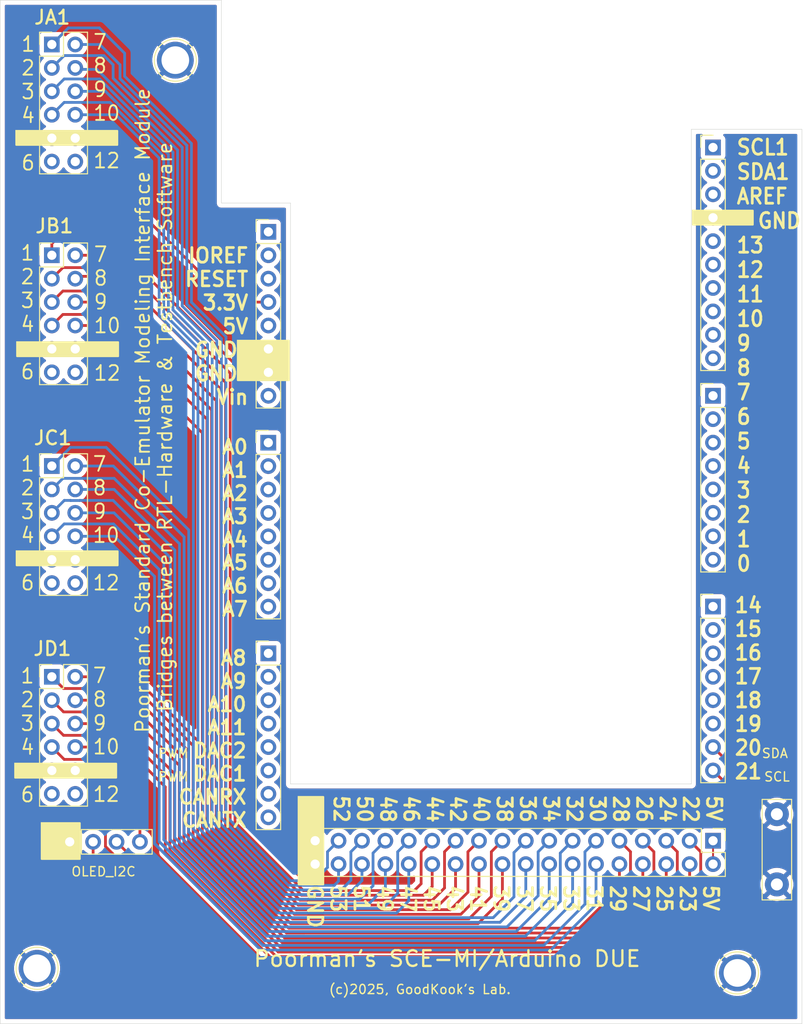
<source format=kicad_pcb>
(kicad_pcb (version 20241229) (generator "pcbnew") (generator_version "9.0")
  (layers (0 "F.Cu" signal) (2 "B.Cu" signal) (13 "F.Paste" user) (15 "B.Paste" user) (5 "F.SilkS" user "F.Silkscreen") (7 "B.SilkS" user "B.Silkscreen") (1 "F.Mask" user) (3 "B.Mask" user) (25 "Edge.Cuts" user))
  (net 0 "")
  (net 1 "GND")
  (net 4 "/DUE46_JA4")
  (net 5 "/DUE49_JA9")
  (net 6 "/DUE36_JC1")
  (net 7 "/DUE40_JB3")
  (net 8 "/+5V")
  (net 9 "/DUE27_JD8")
  (net 10 "/DUE45_JB7")
  (net 11 "/DUE50_JA2")
  (net 12 "/DUE25_JD9")
  (net 13 "/DUE42_JB2")
  (net 14 "/DUE53_JA7")
  (net 15 "/DUE30_JC4")
  (net 16 "/DUE52_JA1")
  (net 17 "/DUE34_JC2")
  (net 18 "/DUE37_JC7")
  (net 19 "/DUE48_JA3")
  (net 20 "/DUE26_JD2")
  (net 21 "/DUE39_JB10")
  (net 22 "/DUE44_JB1")
  (net 23 "/DUE41_JB9")
  (net 24 "/DUE28_JD1")
  (net 25 "/DUE35_JC8")
  (net 26 "/DUE47_JA10")
  (net 27 "/DUE33_JC9")
  (net 28 "/DUE38_JB4")
  (net 29 "/DUE23_JD10")
  (net 30 "/DUE29_JD7")
  (net 31 "/DUE31_JC10")
  (net 32 "/DUE22_JD4")
  (net 33 "/DUE51_JA8")
  (net 34 "/DUE43_JB8")
  (net 35 "/CANTX")
  (net 36 "/DUE32_JC3")
  (net 37 "/DUE24_JD3")
  (net 44 "/A8")
  (net 45 "/A9")
  (net 46 "/DAC1")
  (net 47 "/CANRX")
  (net 48 "/A10")
  (net 49 "/DAC2")
  (net 50 "/A11")
  (net 51 "/A6")
  (net 52 "/A1")
  (net 53 "/A7")
  (net 54 "/A2")
  (net 55 "/A0")
  (net 56 "/A5")
  (net 57 "/A4")
  (net 58 "/A3")
  (net 59 "/IOREF")
  (net 60 "/I2C_SCK")
  (net 62 "/5V")
  (net 63 "/VIN")
  (net 64 "/RESET")
  (net 65 "/D16")
  (net 66 "/D14")
  (net 67 "/VDD_3V3")
  (net 68 "/D17")
  (net 69 "/D15")
  (net 70 "/D19")
  (net 71 "/I2C_SDA")
  (net 72 "/D18")
  (net 73 "/D7")
  (net 74 "/D0")
  (net 75 "/D2")
  (net 76 "/D6")
  (net 77 "/D4")
  (net 78 "/D5")
  (net 79 "/D1")
  (net 80 "/D3")
  (net 81 "/D9")
  (net 82 "/D8")
  (net 83 "/SDA1")
  (net 84 "/D11")
  (net 85 "/D10")
  (net 86 "/AREF")
  (net 87 "/D12")
  (net 88 "/D13")
  (net 89 "/SCL1")
  (footprint "TestPoint:TestPoint_Plated_Hole_D3.0mm" (layer "F.Cu") (at 115 52.5)
    (property "Reference" "TP2" (hide yes))
    (property "Value" "TestPoint" (hide yes))
  )
  (footprint "TestPoint:TestPoint_Plated_Hole_D3.0mm" (layer "F.Cu") (at 176 151.5)
    (property "Reference" "TP4" (hide yes))
    (property "Value" "TestPoint" (hide yes))
  )
  (footprint "Connector_PinHeader_2.54mm:PinHeader_1x08_P2.54mm_Vertical" (layer "F.Cu") (at 173.35 111.76)
    (property "Reference" "Right_Bottom1" (hide yes))
    (property "Value" "Conn_01x08" (hide yes))
  )
  (footprint "Connector_PinHeader_2.54mm:PinHeader_2x06_P2.54mm_Vertical" (layer "F.Cu") (at 101.6 50.8)
    (property "Reference" "JA1")
    (property "Value" "A7_JA" (hide yes))
  )
  (footprint "Connector_PinHeader_2.54mm:PinHeader_2x06_P2.54mm_Vertical" (layer "F.Cu") (at 101.6 96.52)
    (property "Reference" "JC1")
    (property "Value" "A7_JC" (hide yes))
  )
  (footprint "Connector_PinHeader_2.54mm:PinHeader_2x06_P2.54mm_Vertical" (layer "F.Cu") (at 101.6 73.66)
    (property "Reference" "JB1")
    (property "Value" "A7_JB" (hide yes))
  )
  (footprint "Connector_PinHeader_2.54mm:PinHeader_1x08_P2.54mm_Vertical" (layer "F.Cu") (at 125.09 93.99)
    (property "Reference" "Left_Middle1" (hide yes))
    (property "Value" "Conn_01x08" (hide yes))
  )
  (footprint "TestPoint:TestPoint_Plated_Hole_D3.0mm" (layer "F.Cu") (at 100 151)
    (property "Reference" "TP1" (hide yes))
    (property "Value" "TestPoint" (hide yes))
  )
  (footprint "Connector_PinHeader_2.54mm:PinHeader_1x08_P2.54mm_Vertical" (layer "F.Cu") (at 173.35 88.9)
    (property "Reference" "Right_Middle1" (hide yes))
    (property "Value" "Conn_01x08" (hide yes))
  )
  (footprint "Connector_PinHeader_2.54mm:PinHeader_1x08_P2.54mm_Vertical" (layer "F.Cu") (at 125.1 116.84)
    (property "Reference" "Left_Bottom1" (hide yes))
    (property "Value" "Conn_01x08" (hide yes))
  )
  (footprint "Connector_PinHeader_2.54mm:PinHeader_1x10_P2.54mm_Vertical" (layer "F.Cu") (at 173.35 61.97)
    (property "Reference" "Right_Top1" (hide yes))
    (property "Value" "Conn_01x10" (hide yes))
  )
  (footprint "Connector_PinHeader_2.54mm:PinHeader_2x06_P2.54mm_Vertical" (layer "F.Cu") (at 101.6 119.38)
    (property "Reference" "JD1")
    (property "Value" "A7_JD" (hide yes))
  )
  (footprint "TestPoint:TestPoint_Bridge_Pitch7.62mm_Drill1.3mm" (layer "F.Cu") (at 180.28 134.28 -90)
    (property "Reference" "TP3" (hide yes))
    (property "Value" "TestPoint" (hide yes))
  )
  (footprint "Connector_PinHeader_2.54mm:PinHeader_1x04_P2.54mm_Vertical" (layer "F.Cu") (at 103.54 137.28 90)
    (property "Reference" "J2" (hide yes))
    (property "Value" "OLED_I2C")
  )
  (footprint "Connector_PinHeader_2.54mm:PinHeader_2x18_P2.54mm_Vertical" (layer "F.Cu") (at 173.355 137.16 -90)
    (property "Reference" "J1" (hide yes))
    (property "Value" "Arduino_Digital v.2" (hide yes))
  )
  (footprint "Connector_PinHeader_2.54mm:PinHeader_1x08_P2.54mm_Vertical" (layer "F.Cu") (at 125.1 71.12)
    (property "Reference" "Left_Top1" (hide yes))
    (property "Value" "Conn_01x08" (hide yes))
  )
  (gr_rect (start 97.6196 128.8) (end 108.585 130.32) (stroke (width 0.2)) (fill yes) (layer "F.SilkS"))
  (gr_rect (start 97.78 105.77) (end 108.7454 107.29) (stroke (width 0.2)) (fill yes) (layer "F.SilkS"))
  (gr_rect (start 128.3796 132.41) (end 131.06 141.9) (stroke (width 0.2)) (fill yes) (layer "F.SilkS"))
  (gr_rect (start 171.1696 68.82) (end 177.67 70.34) (stroke (width 0.2)) (fill yes) (layer "F.SilkS"))
  (gr_rect (start 97.74 60.17) (end 108.7054 61.69) (stroke (width 0.2)) (fill yes) (layer "F.SilkS"))
  (gr_rect (start 97.83 83.09) (end 108.7954 84.61) (stroke (width 0.2)) (fill yes) (layer "F.SilkS"))
  (gr_rect (start 121.78 82.93) (end 127.3204 87.21) (stroke (width 0.2)) (fill yes) (layer "F.SilkS"))
  (gr_rect (start 100.5 135.25) (end 104.6354 139.14) (stroke (width 0.2)) (fill yes) (layer "F.SilkS"))
  (gr_line (start 171 60) (end 183 60) (stroke (width 0.05)) (layer "Edge.Cuts"))
  (gr_line (start 171 131) (end 171 60) (stroke (width 0.05)) (layer "Edge.Cuts"))
  (gr_line (start 183 60) (end 183 157) (stroke (width 0.05)) (layer "Edge.Cuts"))
  (gr_line (start 183 157) (end 96 157) (stroke (width 0.05)) (layer "Edge.Cuts"))
  (gr_line (start 120 46) (end 120 68) (stroke (width 0.05)) (layer "Edge.Cuts"))
  (gr_line (start 127.5 131) (end 171 131) (stroke (width 0.05)) (layer "Edge.Cuts"))
  (gr_line (start 96 46) (end 96 157) (stroke (width 0.05)) (layer "Edge.Cuts"))
  (gr_line (start 127.5 68) (end 127.5 131) (stroke (width 0.05)) (layer "Edge.Cuts"))
  (gr_line (start 120 46) (end 96 46) (stroke (width 0.05)) (layer "Edge.Cuts"))
  (gr_line (start 120.02 68) (end 127.5 68) (stroke (width 0.05)) (layer "Edge.Cuts"))
  (gr_text "5V\n23\n25\n27\n29\n31\n33\n35\n37\n39\n41\n43\n45\n47\n49\n51\n53\nGND" (at 129.23 141.82 270) (layer "F.SilkS") (effects (font (size 1.57 1.5) (thickness 0.3) (bold yes)) (justify left bottom)))
  (gr_text "SCL1\nSDA1\nAREF\n  GND\n13\n12\n11\n10\n9\n8\n7\n6\n5\n4\n3\n2\n1\n0" (at 175.77 108.08 0) (layer "F.SilkS") (effects (font (size 1.65 1.5) (thickness 0.3) (bold yes)) (justify left bottom)))
  (gr_text "5V\n22\n24\n26\n28\n30\n32\n34\n36\n38\n40\n42\n44\n46\n48\n50\n52" (at 132.1 132.1 270) (layer "F.SilkS") (effects (font (size 1.57 1.5) (thickness 0.3) (bold yes)) (justify left bottom)))
  (gr_text "(c)2025, GoodKook's Lab." (at 131.59 153.87 0) (layer "F.SilkS") (effects (font (size 1 1)) (justify left bottom)))
  (gr_text "7\n8\n9\n10\n\n12" (at 105.99 64.34 0) (layer "F.SilkS") (effects (font (size 1.6 1.5) (thickness 0.2)) (justify left bottom)))
  (gr_text "PWM" (at 113.03 130.81 0) (layer "F.SilkS") (effects (font (size 1 1)) (justify left bottom)))
  (gr_text "1\n2\n3\n4\n\n6" (at 99.8 133.1 0) (layer "F.SilkS") (effects (font (size 1.6 1.5) (thickness 0.2)) (justify right bottom)))
  (gr_text "IOREF\nRESET\n3.3V\n5V\nGND \nGND \nVin" (at 123.07 89.98 0) (layer "F.SilkS") (effects (font (size 1.59 1.5) (thickness 0.3) (bold yes)) (justify right bottom)))
  (gr_text "7\n8\n9\n10\n\n12" (at 105.95 133.06 0) (layer "F.SilkS") (effects (font (size 1.6 1.5) (thickness 0.2)) (justify left bottom)))
  (gr_text "A0\nA1\nA2\nA3\nA4\nA5\nA6\nA7" (at 119.92 112.95 0) (layer "F.SilkS") (effects (font (size 1.56 1.5) (thickness 0.3) (bold yes)) (justify left bottom)))
  (gr_text "SDA" (at 178.562 128.27 0) (layer "F.SilkS") (effects (font (size 1 1)) (justify left bottom)))
  (gr_text "14\n15\n16\n17\n18\n19\n20\n21" (at 175.56 130.59 0) (layer "F.SilkS") (effects (font (size 1.6 1.5) (thickness 0.3) (bold yes)) (justify left bottom)))
  (gr_text "1\n2\n3\n4\n\n6" (at 99.82 110.12 0) (layer "F.SilkS") (effects (font (size 1.6 1.5) (thickness 0.2)) (justify right bottom)))
  (gr_text "PWM" (at 113.03 128.27 0) (layer "F.SilkS") (effects (font (size 1 1)) (justify left bottom)))
  (gr_text "Poorman's Standard Co-Emulator Modeling Interface Module\n  Bridges between RTL-Hardware & Testbench Software" (at 114.76 125.6 90) (layer "F.SilkS") (effects (font (size 1.5 1.5) (thickness 0.2)) (justify left bottom)))
  (gr_text "7\n8\n9\n10\n\n12" (at 105.94 110.12 0) (layer "F.SilkS") (effects (font (size 1.6 1.5) (thickness 0.2)) (justify left bottom)))
  (gr_text "A8\nA9\nA10\nA11\nDAC2\nDAC1\nCANRX\nCANTX" (at 122.88 135.84 0) (layer "F.SilkS") (effects (font (size 1.56 1.5) (thickness 0.3) (bold yes)) (justify right bottom)))
  (gr_text "1\n2\n3\n4\n\n6" (at 99.81 87.23 0) (layer "F.SilkS") (effects (font (size 1.6 1.5) (thickness 0.2)) (justify right bottom)))
  (gr_text "7\n8\n9\n10\n\n12" (at 106.05 87.38 0) (layer "F.SilkS") (effects (font (size 1.6 1.5) (thickness 0.2)) (justify left bottom)))
  (gr_text "Poorman's SCE-MI/Arduino DUE" (at 123.36 150.96 0) (layer "F.SilkS") (effects (font (size 1.7 1.7) (thickness 0.25)) (justify left bottom)))
  (gr_text "SCL" (at 178.816 130.81 0) (layer "F.SilkS") (effects (font (size 1 1)) (justify left bottom)))
  (gr_text "1\n2\n3\n4\n\n6" (at 99.87 64.58 0) (layer "F.SilkS") (effects (font (size 1.6 1.5) (thickness 0.2)) (justify right bottom)))
  (segment (start 102.939 57.081) (end 101.6 58.42) (width 0.3) (layer "B.Cu") (net 4))
  (segment (start 126.255874 144.505) (end 117.456575 135.705701) (width 0.3) (layer "B.Cu") (net 4))
  (segment (start 113.746 62.91304) (end 107.91396 57.081) (width 0.3) (layer "B.Cu") (net 4))
  (segment (start 137.495 144.505) (end 126.255874 144.505) (width 0.3) (layer "B.Cu") (net 4))
  (segment (start 140.335 137.16) (end 139.134 138.361) (width 0.3) (layer "B.Cu") (net 4))
  (segment (start 139.134 142.866) (end 137.495 144.505) (width 0.3) (layer "B.Cu") (net 4))
  (segment (start 113.746 79.996) (end 113.746 62.91304) (width 0.3) (layer "B.Cu") (net 4))
  (segment (start 117.456575 135.705701) (end 117.456575 83.706575) (width 0.3) (layer "B.Cu") (net 4))
  (segment (start 139.134 138.361) (end 139.134 142.866) (width 0.3) (layer "B.Cu") (net 4))
  (segment (start 117.456575 83.706575) (end 113.746 79.996) (width 0.3) (layer "B.Cu") (net 4))
  (segment (start 107.91396 57.081) (end 102.939 57.081) (width 0.3) (layer "B.Cu") (net 4))
  (segment (start 114.246 79.787607) (end 114.246 62.704519) (width 0.3) (layer "B.Cu") (net 5))
  (segment (start 137.795 139.7) (end 137.795 142.205) (width 0.3) (layer "B.Cu") (net 5))
  (segment (start 108.41496 56.87348) (end 113.953521 62.41204) (width 0.3) (layer "B.Cu") (net 5))
  (segment (start 108.41496 56.873479) (end 108.41496 56.87348) (width 0.3) (layer "B.Cu") (net 5))
  (segment (start 108.121481 56.58) (end 108.12148 56.58) (width 0.3) (layer "B.Cu") (net 5))
  (segment (start 135.996 144.004) (end 126.463396 144.004) (width 0.3) (layer "B.Cu") (net 5))
  (segment (start 108.121481 56.58) (end 108.41496 56.873479) (width 0.3) (layer "B.Cu") (net 5))
  (segment (start 107.42148 55.88) (end 108.121481 56.58) (width 0.3) (layer "B.Cu") (net 5))
  (segment (start 104.14 55.88) (end 107.42148 55.88) (width 0.3) (layer "B.Cu") (net 5))
  (segment (start 114.246 62.704519) (end 113.953521 62.41204) (width 0.3) (layer "B.Cu") (net 5))
  (segment (start 117.995 135.535603) (end 117.995 83.536607) (width 0.3) (layer "B.Cu") (net 5))
  (segment (start 113.953521 62.41204) (end 113.95352 62.41204) (width 0.3) (layer "B.Cu") (net 5))
  (segment (start 137.795 142.205) (end 135.996 144.004) (width 0.3) (layer "B.Cu") (net 5))
  (segment (start 117.995 83.536607) (end 114.246 79.787607) (width 0.3) (layer "B.Cu") (net 5))
  (segment (start 126.463396 144.004) (end 117.995 135.535603) (width 0.3) (layer "B.Cu") (net 5))
  (segment (start 116.454575 136.204575) (end 116.454575 103.454575) (width 0.3) (layer "B.Cu") (net 6))
  (segment (start 151.75 143.25) (end 149.492999 145.507001) (width 0.3) (layer "B.Cu") (net 6))
  (segment (start 153.035 137.16) (end 151.75 138.445) (width 0.3) (layer "B.Cu") (net 6))
  (segment (start 125.757001 145.507001) (end 116.454575 136.204575) (width 0.3) (layer "B.Cu") (net 6))
  (segment (start 116.454575 103.454575) (end 107.5 94.5) (width 0.3) (layer "B.Cu") (net 6))
  (segment (start 149.492999 145.507001) (end 125.757001 145.507001) (width 0.3) (layer "B.Cu") (net 6))
  (segment (start 151.75 138.445) (end 151.75 143.25) (width 0.3) (layer "B.Cu") (net 6))
  (segment (start 103.62 94.5) (end 101.6 96.52) (width 0.3) (layer "B.Cu") (net 6))
  (segment (start 107.5 94.5) (end 103.62 94.5) (width 0.3) (layer "B.Cu") (net 6))
  (segment (start 119.434 135.938081) (end 119.434 89.434) (width 0.3) (layer "F.Cu") (net 7))
  (segment (start 147.955 137.16) (end 146.755 138.36) (width 0.3) (layer "F.Cu") (net 7))
  (segment (start 146.755 138.36) (end 146.755 142.745) (width 0.3) (layer "F.Cu") (net 7))
  (segment (start 119.434 89.434) (end 107.54 77.54) (width 0.3) (layer "F.Cu") (net 7))
  (segment (start 146.755 142.745) (end 144.859 144.641) (width 0.3) (layer "F.Cu") (net 7))
  (segment (start 128.136919 144.641) (end 119.434 135.938081) (width 0.3) (layer "F.Cu") (net 7))
  (segment (start 144.859 144.641) (end 128.136919 144.641) (width 0.3) (layer "F.Cu") (net 7))
  (segment (start 107.54 77.54) (end 102.8 77.54) (width 0.3) (layer "F.Cu") (net 7))
  (segment (start 102.8 77.54) (end 101.6 78.74) (width 0.3) (layer "F.Cu") (net 7))
  (segment (start 173.355 137.16) (end 173.355 139.7) (width 0.2) (layer "F.Cu") (net 8))
  (segment (start 161.04 147.71) (end 165.735 143.015) (width 0.3) (layer "F.Cu") (net 9))
  (segment (start 116.43 137.28) (end 126.86 147.71) (width 0.3) (layer "F.Cu") (net 9))
  (segment (start 110.92 121.92) (end 116.43 127.43) (width 0.3) (layer "F.Cu") (net 9))
  (segment (start 126.86 147.71) (end 161.04 147.71) (width 0.3) (layer "F.Cu") (net 9))
  (segment (start 165.735 143.015) (end 165.735 139.7) (width 0.3) (layer "F.Cu") (net 9))
  (segment (start 104.14 121.92) (end 110.92 121.92) (width 0.3) (layer "F.Cu") (net 9))
  (segment (start 116.43 127.43) (end 116.43 137.28) (width 0.3) (layer "F.Cu") (net 9))
  (segment (start 141.93 143.07) (end 142.875 142.125) (width 0.3) (layer "F.Cu") (net 10))
  (segment (start 120.95 86.45) (end 120.95 135.32852) (width 0.3) (layer "F.Cu") (net 10))
  (segment (start 108.16 73.66) (end 120.95 86.45) (width 0.3) (layer "F.Cu") (net 10))
  (segment (start 120.95 135.32852) (end 128.69148 143.07) (width 0.3) (layer "F.Cu") (net 10))
  (segment (start 104.14 73.66) (end 108.16 73.66) (width 0.3) (layer "F.Cu") (net 10))
  (segment (start 128.69148 143.07) (end 141.93 143.07) (width 0.3) (layer "F.Cu") (net 10))
  (segment (start 142.875 142.125) (end 142.875 139.7) (width 0.3) (layer "F.Cu") (net 10))
  (segment (start 108.79248 55.001) (end 108.499 54.707521) (width 0.3) (layer "B.Cu") (net 11))
  (segment (start 119.498 134.913043) (end 119.498 82.91404) (width 0.3) (layer "B.Cu") (net 11))
  (segment (start 135.255 137.16) (end 134.054 138.361) (width 0.3) (layer "B.Cu") (net 11))
  (segment (start 115.749 79.16504) (end 115.749 79) (width 0.3) (layer "B.Cu") (net 11))
  (segment (start 115.749 61.95752) (end 108.79248 55.001) (width 0.3) (layer "B.Cu") (net 11))
  (segment (start 134.054 141.446) (end 133 142.5) (width 0.3) (layer "B.Cu") (net 11))
  (segment (start 115.749 79) (end 115.749 61.95752) (width 0.3) (layer "B.Cu") (net 11))
  (segment (start 108.25 54.45852) (end 108.25 53) (width 0.3) (layer "B.Cu") (net 11))
  (segment (start 127.084957 142.5) (end 119.498 134.913043) (width 0.3) (layer "B.Cu") (net 11))
  (segment (start 108.499 54.707521) (end 108.25 54.45852) (width 0.3) (layer "B.Cu") (net 11))
  (segment (start 133 142.5) (end 127.084957 142.5) (width 0.3) (layer "B.Cu") (net 11))
  (segment (start 108.25 53) (end 107.251 52.001) (width 0.3) (layer "B.Cu") (net 11))
  (segment (start 115.749 79.165042) (end 115.749 79) (width 0.3) (layer "B.Cu") (net 11))
  (segment (start 107.251 52.001) (end 102.939 52.001) (width 0.3) (layer "B.Cu") (net 11))
  (segment (start 119.498 82.91404) (end 115.749 79.16504) (width 0.3) (layer "B.Cu") (net 11))
  (segment (start 134.054 138.361) (end 134.054 141.446) (width 0.3) (layer "B.Cu") (net 11))
  (segment (start 102.939 52.001) (end 101.6 53.34) (width 0.3) (layer "B.Cu") (net 11))
  (segment (start 168.275 143.225) (end 162.769 148.731) (width 0.3) (layer "F.Cu") (net 12))
  (segment (start 168.275 139.7) (end 168.275 143.225) (width 0.3) (layer "F.Cu") (net 12))
  (segment (start 162.769 148.731) (end 126.41248 148.731) (width 0.3) (layer "F.Cu") (net 12))
  (segment (start 110.9 124.46) (end 104.14 124.46) (width 0.3) (layer "F.Cu") (net 12))
  (segment (start 115.429 128.989) (end 110.9 124.46) (width 0.3) (layer "F.Cu") (net 12))
  (segment (start 126.41248 148.731) (end 115.429 137.74752) (width 0.3) (layer "F.Cu") (net 12))
  (segment (start 115.429 137.74752) (end 115.429 128.989) (width 0.3) (layer "F.Cu") (net 12))
  (segment (start 102.8 75) (end 101.6 76.2) (width 0.3) (layer "F.Cu") (net 13))
  (segment (start 120.449 87.449) (end 108 75) (width 0.3) (layer "F.Cu") (net 13))
  (segment (start 144.215 142.285) (end 142.89 143.61) (width 0.3) (layer "F.Cu") (net 13))
  (segment (start 144.215 138.36) (end 144.215 142.285) (width 0.3) (layer "F.Cu") (net 13))
  (segment (start 142.89 143.61) (end 128.522959 143.61) (width 0.3) (layer "F.Cu") (net 13))
  (segment (start 120.449 135.536041) (end 120.449 87.449) (width 0.3) (layer "F.Cu") (net 13))
  (segment (start 128.522959 143.61) (end 120.449 135.536041) (width 0.3) (layer "F.Cu") (net 13))
  (segment (start 108 75) (end 102.8 75) (width 0.3) (layer "F.Cu") (net 13))
  (segment (start 145.415 137.16) (end 144.215 138.36) (width 0.3) (layer "F.Cu") (net 13))
  (segment (start 116.25 61.749999) (end 116.25 61.75) (width 0.3) (layer "B.Cu") (net 14))
  (segment (start 119.999 83.12156) (end 119.999 82.70652) (width 0.3) (layer "B.Cu") (net 14))
  (segment (start 119.705521 82.41304) (end 119.70552 82.41304) (width 0.3) (layer "B.Cu") (net 14))
  (segment (start 132.251 141.999) (end 132.251001 141.999) (width 0.3) (layer "B.Cu") (net 14))
  (segment (start 106.8 50.8) (end 104.14 50.8) (width 0.3) (layer "B.Cu") (net 14))
  (segment (start 109.29348 54.79348) (end 109.29348 54.793478) (width 0.3) (layer "B.Cu") (net 14))
  (segment (start 119.999 82.706519) (end 119.705521 82.41304) (width 0.3) (layer "B.Cu") (net 14))
  (segment (start 115.95652 61.45652) (end 109.29348 54.79348) (width 0.3) (layer "B.Cu") (net 14))
  (segment (start 119.999 134.705523) (end 119.999 83.12156) (width 0.3) (layer "B.Cu") (net 14))
  (segment (start 109 54.5) (end 109 53) (width 0.3) (layer "B.Cu") (net 14))
  (segment (start 132.251 141.999) (end 132.250998 141.999) (width 0.3) (layer "B.Cu") (net 14))
  (segment (start 127.292477 141.999) (end 119.999 134.705523) (width 0.3) (layer "B.Cu") (net 14))
  (segment (start 132.715 141.535) (end 132.251 141.999) (width 0.3) (layer "B.Cu") (net 14))
  (segment (start 109 53) (end 106.8 50.8) (width 0.3) (layer "B.Cu") (net 14))
  (segment (start 116.25 61.75) (end 115.956521 61.45652) (width 0.3) (layer "B.Cu") (net 14))
  (segment (start 132.250999 141.998999) (end 127.292477 141.999) (width 0.3) (layer "B.Cu") (net 14))
  (segment (start 132.715 139.7) (end 132.715 141.535) (width 0.3) (layer "B.Cu") (net 14))
  (segment (start 116.25 78.957519) (end 116.25 78.792479) (width 0.3) (layer "B.Cu") (net 14))
  (segment (start 115.956521 61.45652) (end 115.95652 61.45652) (width 0.3) (layer "B.Cu") (net 14))
  (segment (start 119.70552 82.41304) (end 116.25 78.957519) (width 0.3) (layer "B.Cu") (net 14))
  (segment (start 116.25 78.792479) (end 116.25 62.16504) (width 0.3) (layer "B.Cu") (net 14))
  (segment (start 109.29348 54.793478) (end 109 54.5) (width 0.3) (layer "B.Cu") (net 14))
  (segment (start 116.25 62.16504) (end 116.25 61.749999) (width 0.3) (layer "B.Cu") (net 14))
  (segment (start 132.250998 141.999) (end 132.250999 141.998999) (width 0.3) (layer "B.Cu") (net 14))
  (segment (start 119.999 82.70652) (end 119.999 82.706519) (width 0.3) (layer "B.Cu") (net 14))
  (segment (start 124.511877 148.513001) (end 124.511875 148.513002) (width 0.3) (layer "B.Cu") (net 15))
  (segment (start 124.511875 148.513002) (end 124.218396 148.219523) (width 0.3) (layer "B.Cu") (net 15))
  (segment (start 159.454 144.046) (end 159.454 138.361) (width 0.3) (layer "B.Cu") (net 15))
  (segment (start 101.6 104.14) (end 102.939 102.801) (width 0.3) (layer "B.Cu") (net 15))
  (segment (start 124.218397 148.219521) (end 113.249 137.250125) (width 0.3) (layer "B.Cu") (net 15))
  (segment (start 159.454 138.361) (end 160.655 137.16) (width 0.3) (layer "B.Cu") (net 15))
  (segment (start 124.218396 148.219523) (end 124.218397 148.219521) (width 0.3) (layer "B.Cu") (net 15))
  (segment (start 124.511877 148.513001) (end 154.986999 148.513001) (width 0.3) (layer "B.Cu") (net 15))
  (segment (start 108.301 102.801) (end 113.249 107.749) (width 0.3) (layer "B.Cu") (net 15))
  (segment (start 102.939 102.801) (end 108.301 102.801) (width 0.3) (layer "B.Cu") (net 15))
  (segment (start 113.249 137.250124) (end 124.511877 148.513001) (width 0.3) (layer "B.Cu") (net 15))
  (segment (start 113.249 107.749) (end 113.249 137.250124) (width 0.3) (layer "B.Cu") (net 15))
  (segment (start 154.986999 148.513001) (end 159.454 144.046) (width 0.3) (layer "B.Cu") (net 15))
  (segment (start 109.501 54.25) (end 109.501 51.751) (width 0.3) (layer "B.Cu") (net 16))
  (segment (start 116.751 61.542478) (end 116.457521 61.248999) (width 0.3) (layer "B.Cu") (net 16))
  (segment (start 131.514 138.361) (end 131.514 140.059471) (width 0.3) (layer "B.Cu") (net 16))
  (segment (start 120.5 82.498998) (end 116.751 78.749997) (width 0.3) (layer "B.Cu") (net 16))
  (segment (start 103.4 49) (end 101.6 50.8) (width 0.3) (layer "B.Cu") (net 16))
  (segment (start 116.45752 61.249) (end 116.457521 61.249) (width 0.3) (layer "B.Cu") (net 16))
  (segment (start 116.25 60.999) (end 109.501 54.25) (width 0.3) (layer "B.Cu") (net 16))
  (segment (start 131.514 140.059471) (end 130.075472 141.497999) (width 0.3) (layer "B.Cu") (net 16))
  (segment (start 109.501 51.751) (end 106.75 49) (width 0.3) (layer "B.Cu") (net 16))
  (segment (start 127.499997 141.498) (end 120.5 134.498003) (width 0.3) (layer "B.Cu") (net 16))
  (segment (start 132.715 137.16) (end 131.514 138.361) (width 0.3) (layer "B.Cu") (net 16))
  (segment (start 116.25 61.04148) (end 116.25 60.999) (width 0.3) (layer "B.Cu") (net 16))
  (segment (start 116.457521 61.248999) (end 116.45752 61.249) (width 0.3) (layer "B.Cu") (net 16))
  (segment (start 120.5 134.498003) (end 120.5 82.498998) (width 0.3) (layer "B.Cu") (net 16))
  (segment (start 116.751 78.749997) (end 116.751 61.542478) (width 0.3) (layer "B.Cu") (net 16))
  (segment (start 130.075472 141.497999) (end 127.499997 141.498) (width 0.3) (layer "B.Cu") (net 16))
  (segment (start 106.75 49) (end 103.4 49) (width 0.3) (layer "B.Cu") (net 16))
  (segment (start 116.457521 61.249) (end 116.25 61.04148) (width 0.3) (layer "B.Cu") (net 16))
  (segment (start 115.452575 104.952575) (end 108.359 97.859) (width 0.3) (layer "B.Cu") (net 17))
  (segment (start 150.990999 146.509001) (end 125.759001 146.509001) (width 0.3) (layer "B.Cu") (net 17))
  (segment (start 124.755001 145.922043) (end 115.452575 136.619615) (width 0.3) (layer "B.Cu") (net 17))
  (segment (start 125.048479 146.215523) (end 125.04848 146.215522) (width 0.3) (layer "B.Cu") (net 17))
  (segment (start 125.341958 146.509002) (end 125.34196 146.509001) (width 0.3) (layer "B.Cu") (net 17))
  (segment (start 155.575 137.16) (end 154.374 138.361) (width 0.3) (layer "B.Cu") (net 17))
  (segment (start 102.801 97.859) (end 101.6 99.06) (width 0.3) (layer "B.Cu") (net 17))
  (segment (start 154.374 138.361) (end 154.374 143.126) (width 0.3) (layer "B.Cu") (net 17))
  (segment (start 115.452575 136.619615) (end 115.452575 104.952575) (width 0.3) (layer "B.Cu") (net 17))
  (segment (start 125.04848 146.215522) (end 125.048479 146.21552) (width 0.3) (layer "B.Cu") (net 17))
  (segment (start 125.757002 146.509002) (end 125.341958 146.509002) (width 0.3) (layer "B.Cu") (net 17))
  (segment (start 125.34196 146.509001) (end 125.048479 146.215523) (width 0.3) (layer "B.Cu") (net 17))
  (segment (start 154.374 143.126) (end 150.990999 146.509001) (width 0.3) (layer "B.Cu") (net 17))
  (segment (start 125.759001 146.509001) (end 125.757002 146.509002) (width 0.3) (layer "B.Cu") (net 17))
  (segment (start 108.359 97.859) (end 102.801 97.859) (width 0.3) (layer "B.Cu") (net 17))
  (segment (start 125.048479 146.21552) (end 124.755001 145.922043) (width 0.3) (layer "B.Cu") (net 17))
  (segment (start 153.035 143.215) (end 150.241999 146.008001) (width 0.3) (layer "B.Cu") (net 18))
  (segment (start 150.241999 146.008001) (end 125.54948 146.008001) (width 0.3) (layer "B.Cu") (net 18))
  (segment (start 115.953575 104.203575) (end 108.27 96.52) (width 0.3) (layer "B.Cu") (net 18))
  (segment (start 153.035 139.7) (end 153.035 143.215) (width 0.3) (layer "B.Cu") (net 18))
  (segment (start 125.54948 146.008001) (end 115.953575 136.412096) (width 0.3) (layer "B.Cu") (net 18))
  (segment (start 108.27 96.52) (end 104.14 96.52) (width 0.3) (layer "B.Cu") (net 18))
  (segment (start 115.953575 136.412096) (end 115.953575 104.203575) (width 0.3) (layer "B.Cu") (net 18))
  (segment (start 137.795 137.16) (end 136.456 138.499) (width 0.3) (layer "B.Cu") (net 19))
  (segment (start 106.791 54.541) (end 114.747 62.497) (width 0.3) (layer "B.Cu") (net 19))
  (segment (start 118.496 135.328083) (end 118.496 87.25) (width 0.3) (layer "B.Cu") (net 19))
  (segment (start 101.6 55.88) (end 102.939 54.541) (width 0.3) (layer "B.Cu") (net 19))
  (segment (start 114.747 62.497) (end 114.747 79.580084) (width 0.3) (layer "B.Cu") (net 19))
  (segment (start 118.496 83.329081) (end 118.496 87.25) (width 0.3) (layer "B.Cu") (net 19))
  (segment (start 118.496 83.32908) (end 118.496 87.25) (width 0.3) (layer "B.Cu") (net 19))
  (segment (start 136.456 142.044) (end 134.997 143.503) (width 0.3) (layer "B.Cu") (net 19))
  (segment (start 102.939 54.541) (end 106.791 54.541) (width 0.3) (layer "B.Cu") (net 19))
  (segment (start 136.456 138.499) (end 136.456 142.044) (width 0.3) (layer "B.Cu") (net 19))
  (segment (start 134.997 143.503) (end 126.670917 143.503) (width 0.3) (layer "B.Cu") (net 19))
  (segment (start 114.747004 79.580084) (end 118.496 83.32908) (width 0.3) (layer "B.Cu") (net 19))
  (segment (start 126.670917 143.503) (end 118.496 135.328083) (width 0.3) (layer "B.Cu") (net 19))
  (segment (start 114.747 79.580084) (end 114.747004 79.580084) (width 0.3) (layer "B.Cu") (net 19))
  (segment (start 110.91 123.19) (end 102.87 123.19) (width 0.3) (layer "F.Cu") (net 20))
  (segment (start 166.935 143.065) (end 161.77 148.23) (width 0.3) (layer "F.Cu") (net 20))
  (segment (start 165.735 137.16) (end 166.935 138.36) (width 0.3) (layer "F.Cu") (net 20))
  (segment (start 115.93 137.54) (end 115.93 128.21) (width 0.3) (layer "F.Cu") (net 20))
  (segment (start 126.62 148.23) (end 115.93 137.54) (width 0.3) (layer "F.Cu") (net 20))
  (segment (start 115.93 128.21) (end 110.91 123.19) (width 0.3) (layer "F.Cu") (net 20))
  (segment (start 166.935 138.36) (end 166.935 143.065) (width 0.3) (layer "F.Cu") (net 20))
  (segment (start 161.77 148.23) (end 126.62 148.23) (width 0.3) (layer "F.Cu") (net 20))
  (segment (start 102.87 123.19) (end 101.6 121.92) (width 0.3) (layer "F.Cu") (net 20))
  (segment (start 117.931 92.931) (end 106.28 81.28) (width 0.3) (layer "F.Cu") (net 21))
  (segment (start 147.856 146.144) (end 127.514354 146.144) (width 0.3) (layer "F.Cu") (net 21))
  (segment (start 127.514354 146.144) (end 117.931 136.560641) (width 0.3) (layer "F.Cu") (net 21))
  (segment (start 106.28 81.28) (end 104.14 81.28) (width 0.3) (layer "F.Cu") (net 21))
  (segment (start 147.856 146.144) (end 148.775 145.225) (width 0.3) (layer "F.Cu") (net 21))
  (segment (start 150.495 143.505) (end 148.775 145.225) (width 0.3) (layer "F.Cu") (net 21))
  (segment (start 117.931 136.560641) (end 117.931 92.931) (width 0.3) (layer "F.Cu") (net 21))
  (segment (start 150.495 139.7) (end 150.495 143.505) (width 0.3) (layer "F.Cu") (net 21))
  (segment (start 141.675 138.36) (end 141.675 141.825) (width 0.3) (layer "F.Cu") (net 22))
  (segment (start 141.675 141.825) (end 140.93 142.57) (width 0.3) (layer "F.Cu") (net 22))
  (segment (start 142.875 137.16) (end 141.675 138.36) (width 0.3) (layer "F.Cu") (net 22))
  (segment (start 128.9 142.57) (end 121.48 135.15) (width 0.3) (layer "F.Cu") (net 22))
  (segment (start 102.5 71.5) (end 101.6 72.4) (width 0.3) (layer "F.Cu") (net 22))
  (segment (start 121.48 135.15) (end 121.48 85.48) (width 0.3) (layer "F.Cu") (net 22))
  (segment (start 140.93 142.57) (end 128.9 142.57) (width 0.3) (layer "F.Cu") (net 22))
  (segment (start 107.5 71.5) (end 102.5 71.5) (width 0.3) (layer "F.Cu") (net 22))
  (segment (start 101.6 72.4) (end 101.6 73.66) (width 0.3) (layer "F.Cu") (net 22))
  (segment (start 121.48 85.48) (end 107.5 71.5) (width 0.3) (layer "F.Cu") (net 22))
  (segment (start 147.955 143.17) (end 145.983 145.142) (width 0.3) (layer "F.Cu") (net 23))
  (segment (start 147.955 139.7) (end 147.955 143.17) (width 0.3) (layer "F.Cu") (net 23))
  (segment (start 127.929398 145.142) (end 118.933 136.145601) (width 0.3) (layer "F.Cu") (net 23))
  (segment (start 118.933 90.433) (end 107.24 78.74) (width 0.3) (layer "F.Cu") (net 23))
  (segment (start 145.983 145.142) (end 127.929398 145.142) (width 0.3) (layer "F.Cu") (net 23))
  (segment (start 107.24 78.74) (end 104.14 78.74) (width 0.3) (layer "F.Cu") (net 23))
  (segment (start 118.933 136.145601) (end 118.933 90.433) (width 0.3) (layer "F.Cu") (net 23))
  (segment (start 116.93 126.845557) (end 110.734443 120.65) (width 0.3) (layer "F.Cu") (net 24))
  (segment (start 159.83 147.17) (end 127.06 147.17) (width 0.3) (layer "F.Cu") (net 24))
  (segment (start 163.195 137.16) (end 164.395 138.36) (width 0.3) (layer "F.Cu") (net 24))
  (segment (start 164.395 142.605) (end 159.83 147.17) (width 0.3) (layer "F.Cu") (net 24))
  (segment (start 127.06 147.17) (end 116.93 137.04) (width 0.3) (layer "F.Cu") (net 24))
  (segment (start 102.87 120.65) (end 101.6 119.38) (width 0.3) (layer "F.Cu") (net 24))
  (segment (start 110.734443 120.65) (end 102.87 120.65) (width 0.3) (layer "F.Cu") (net 24))
  (segment (start 116.93 137.04) (end 116.93 126.845557) (width 0.3) (layer "F.Cu") (net 24))
  (segment (start 164.395 138.36) (end 164.395 142.605) (width 0.3) (layer "F.Cu") (net 24))
  (segment (start 114.951575 105.648368) (end 108.363207 99.06) (width 0.3) (layer "B.Cu") (net 25))
  (segment (start 108.363207 99.06) (end 104.14 99.06) (width 0.3) (layer "B.Cu") (net 25))
  (segment (start 151.989998 147.010002) (end 125.134437 147.010002) (width 0.3) (layer "B.Cu") (net 25))
  (segment (start 155.575 139.7) (end 155.575 143.425) (width 0.3) (layer "B.Cu") (net 25))
  (segment (start 125.134437 147.010002) (end 114.951575 136.827141) (width 0.3) (layer "B.Cu") (net 25))
  (segment (start 114.951575 136.827141) (end 114.951575 105.648368) (width 0.3) (layer "B.Cu") (net 25))
  (segment (start 155.575 143.425) (end 151.989998 147.010002) (width 0.3) (layer "B.Cu") (net 25))
  (segment (start 116.955575 135.913221) (end 116.955575 83.914095) (width 0.3) (layer "B.Cu") (net 26))
  (segment (start 140.335 143.665) (end 138.994 145.006) (width 0.3) (layer "B.Cu") (net 26))
  (segment (start 116.955575 83.914095) (end 113.245 80.203521) (width 0.3) (layer "B.Cu") (net 26))
  (segment (start 113.245 63.12056) (end 108.54444 58.42) (width 0.3) (layer "B.Cu") (net 26))
  (segment (start 126.048354 145.006) (end 116.955575 135.913221) (width 0.3) (layer "B.Cu") (net 26))
  (segment (start 140.335 139.7) (end 140.335 143.665) (width 0.3) (layer "B.Cu") (net 26))
  (segment (start 113.245 80.203521) (end 113.245 63.12056) (width 0.3) (layer "B.Cu") (net 26))
  (segment (start 138.994 145.006) (end 126.048354 145.006) (width 0.3) (layer "B.Cu") (net 26))
  (segment (start 108.54444 58.42) (end 104.14 58.42) (width 0.3) (layer "B.Cu") (net 26))
  (segment (start 158.115 143.885) (end 153.987999 148.012001) (width 0.3) (layer "B.Cu") (net 27))
  (segment (start 124.719397 148.012001) (end 113.75 137.042604) (width 0.3) (layer "B.Cu") (net 27))
  (segment (start 153.987999 148.012001) (end 124.719397 148.012001) (width 0.3) (layer "B.Cu") (net 27))
  (segment (start 113.75 137.042604) (end 113.75 107) (width 0.3) (layer "B.Cu") (net 27))
  (segment (start 108.35 101.6) (end 104.14 101.6) (width 0.3) (layer "B.Cu") (net 27))
  (segment (start 158.115 139.7) (end 158.115 143.885) (width 0.3) (layer "B.Cu") (net 27))
  (segment (start 113.75 107) (end 108.35 101.6) (width 0.3) (layer "B.Cu") (net 27))
  (segment (start 102.8 80.08) (end 101.6 81.28) (width 0.3) (layer "F.Cu") (net 28))
  (segment (start 149.295 138.36) (end 149.295 143.205) (width 0.3) (layer "F.Cu") (net 28))
  (segment (start 118.432 136.353121) (end 118.432 91.432) (width 0.3) (layer "F.Cu") (net 28))
  (segment (start 107.08 80.08) (end 102.8 80.08) (width 0.3) (layer "F.Cu") (net 28))
  (segment (start 146.857 145.643) (end 127.721876 145.643) (width 0.3) (layer "F.Cu") (net 28))
  (segment (start 147.65 144.85) (end 146.857 145.643) (width 0.3) (layer "F.Cu") (net 28))
  (segment (start 150.495 137.16) (end 149.295 138.36) (width 0.3) (layer "F.Cu") (net 28))
  (segment (start 149.295 143.205) (end 147.65 144.85) (width 0.3) (layer "F.Cu") (net 28))
  (segment (start 127.721876 145.643) (end 118.432 136.353121) (width 0.3) (layer "F.Cu") (net 28))
  (segment (start 118.432 91.432) (end 107.08 80.08) (width 0.3) (layer "F.Cu") (net 28))
  (segment (start 170.815 143.685) (end 170.815 139.7) (width 0.3) (layer "F.Cu") (net 29))
  (segment (start 110.85924 127) (end 114.409 130.54976) (width 0.3) (layer "F.Cu") (net 29))
  (segment (start 125.96448 149.733) (end 164.767 149.733) (width 0.3) (layer "F.Cu") (net 29))
  (segment (start 164.767 149.733) (end 170.815 143.685) (width 0.3) (layer "F.Cu") (net 29))
  (segment (start 114.409 130.54976) (end 114.409 138.177521) (width 0.3) (layer "F.Cu") (net 29))
  (segment (start 104.14 127) (end 110.85924 127) (width 0.3) (layer "F.Cu") (net 29))
  (segment (start 114.409 138.177521) (end 125.96448 149.733) (width 0.3) (layer "F.Cu") (net 29))
  (segment (start 163.195 139.7) (end 163.195 142.305) (width 0.3) (layer "F.Cu") (net 30))
  (segment (start 117.43 136.768161) (end 117.43 126.31) (width 0.3) (layer "F.Cu") (net 30))
  (segment (start 158.855 146.645) (end 127.306832 146.645) (width 0.3) (layer "F.Cu") (net 30))
  (segment (start 110.5 119.38) (end 104.14 119.38) (width 0.3) (layer "F.Cu") (net 30))
  (segment (start 127.306832 146.645) (end 117.43 136.768161) (width 0.3) (layer "F.Cu") (net 30))
  (segment (start 117.43 126.31) (end 110.5 119.38) (width 0.3) (layer "F.Cu") (net 30))
  (segment (start 163.195 142.305) (end 158.855 146.645) (width 0.3) (layer "F.Cu") (net 30))
  (segment (start 112.75 137.5) (end 124.25 149) (width 0.3) (layer "B.Cu") (net 31))
  (segment (start 112.748 137.457644) (end 112.748 137.457645) (width 0.3) (layer "B.Cu") (net 31))
  (segment (start 104.14 104.14) (end 108.39 104.14) (width 0.3) (layer "B.Cu") (net 31))
  (segment (start 124.290352 149) (end 124.304354 149.014002) (width 0.3) (layer "B.Cu") (net 31))
  (segment (start 123.717396 148.427041) (end 123.717396 148.427043) (width 0.3) (layer "B.Cu") (net 31))
  (segment (start 124.719397 149.014001) (end 155.735999 149.014001) (width 0.3) (layer "B.Cu") (net 31))
  (segment (start 114 138.709645) (end 120.256585 144.96623) (width 0.3) (layer "B.Cu") (net 31))
  (segment (start 120.256585 144.96623) (end 123.717396 148.427041) (width 0.3) (layer "B.Cu") (net 31))
  (segment (start 124.25 149) (end 124.290352 149) (width 0.3) (layer "B.Cu") (net 31))
  (segment (start 124.010875 148.720523) (end 124.304356 149.014001) (width 0.3) (layer "B.Cu") (net 31))
  (segment (start 123.717396 148.427044) (end 124.010875 148.720523) (width 0.3) (layer "B.Cu") (net 31))
  (segment (start 124.304356 149.014001) (end 124.719398 149.014002) (width 0.3) (layer "B.Cu") (net 31))
  (segment (start 124.304354 149.014002) (end 124.304356 149.014001) (width 0.3) (layer "B.Cu") (net 31))
  (segment (start 112.748 137.498) (end 112.748 137.042604) (width 0.3) (layer "B.Cu") (net 31))
  (segment (start 124.719398 149.014002) (end 124.719397 149.014001) (width 0.3) (layer "B.Cu") (net 31))
  (segment (start 108.39 104.14) (end 112.748 108.498) (width 0.3) (layer "B.Cu") (net 31))
  (segment (start 112.748 108.498) (end 112.748 137.498) (width 0.3) (layer "B.Cu") (net 31))
  (segment (start 155.735999 149.014001) (end 160.655 144.095) (width 0.3) (layer "B.Cu") (net 31))
  (segment (start 112.748 137.498) (end 112.75 137.5) (width 0.3) (layer "B.Cu") (net 31))
  (segment (start 112.748 137.457645) (end 112.748 137.457647) (width 0.3) (layer "B.Cu") (net 31))
  (segment (start 112.748 137.457647) (end 114 138.709645) (width 0.3) (layer "B.Cu") (net 31))
  (segment (start 160.655 144.095) (end 160.655 139.7) (width 0.3) (layer "B.Cu") (net 31))
  (segment (start 123.717396 148.427043) (end 123.717396 148.427044) (width 0.3) (layer "B.Cu") (net 31))
  (segment (start 110.92 128.34) (end 113.908 131.328) (width 0.3) (layer "F.Cu") (net 32))
  (segment (start 172.015 143.935) (end 172.015 138.36) (width 0.3) (layer "F.Cu") (net 32))
  (segment (start 113.908 138.39652) (end 125.74548 150.234) (width 0.3) (layer "F.Cu") (net 32))
  (segment (start 101.6 127) (end 102.94 128.34) (width 0.3) (layer "F.Cu") (net 32))
  (segment (start 125.74548 150.234) (end 165.716 150.234) (width 0.3) (layer "F.Cu") (net 32))
  (segment (start 172.085 138.43) (end 170.815 137.16) (width 0.3) (layer "F.Cu") (net 32))
  (segment (start 102.94 128.34) (end 110.92 128.34) (width 0.3) (layer "F.Cu") (net 32))
  (segment (start 113.908 131.328) (end 113.908 138.39652) (width 0.3) (layer "F.Cu") (net 32))
  (segment (start 172.015 138.36) (end 170.815 137.16) (width 0.3) (layer "F.Cu") (net 32))
  (segment (start 165.716 150.234) (end 172.015 143.935) (width 0.3) (layer "F.Cu") (net 32))
  (segment (start 118.997 135.120563) (end 118.997 83.12156) (width 0.3) (layer "B.Cu") (net 33))
  (segment (start 104.3 53.5) (end 104.14 53.34) (width 0.3) (layer "B.Cu") (net 33))
  (segment (start 135.255 139.7) (end 135.255 141.495) (width 0.3) (layer "B.Cu") (net 33))
  (segment (start 118.997 83.12156) (end 115.248 79.37256) (width 0.3) (layer "B.Cu") (net 33))
  (segment (start 115.248 62.248) (end 106.5 53.5) (width 0.3) (layer "B.Cu") (net 33))
  (segment (start 106.5 53.5) (end 104.3 53.5) (width 0.3) (layer "B.Cu") (net 33))
  (segment (start 115.248 79.37256) (end 115.248 62.248) (width 0.3) (layer "B.Cu") (net 33))
  (segment (start 126.878437 143.002) (end 118.997 135.120563) (width 0.3) (layer "B.Cu") (net 33))
  (segment (start 135.255 141.495) (end 133.748 143.002) (width 0.3) (layer "B.Cu") (net 33))
  (segment (start 133.748 143.002) (end 126.878437 143.002) (width 0.3) (layer "B.Cu") (net 33))
  (segment (start 145.41 139.445) (end 145.41 142.33) (width 0.3) (layer "F.Cu") (net 34))
  (segment (start 145.41 142.33) (end 143.6 144.14) (width 0.3) (layer "F.Cu") (net 34))
  (segment (start 107.695 75.945) (end 104.135 75.945) (width 0.3) (layer "F.Cu") (net 34))
  (segment (start 119.935 88.185) (end 107.695 75.945) (width 0.3) (layer "F.Cu") (net 34))
  (segment (start 143.6 144.14) (end 128.344439 144.14) (width 0.3) (layer "F.Cu") (net 34))
  (segment (start 128.344439 144.14) (end 119.935 135.730561) (width 0.3) (layer "F.Cu") (net 34))
  (segment (start 119.935 135.730561) (end 119.935 88.185) (width 0.3) (layer "F.Cu") (net 34))
  (segment (start 126.172044 147.511002) (end 125.757002 147.511002) (width 0.3) (layer "B.Cu") (net 36))
  (segment (start 124.339958 146.924043) (end 124.163872 146.747957) (width 0.3) (layer "B.Cu") (net 36))
  (segment (start 102.95 100.25) (end 101.6 101.6) (width 0.3) (layer "B.Cu") (net 36))
  (segment (start 124.92692 147.511002) (end 124.926917 147.511002) (width 0.3) (layer "B.Cu") (net 36))
  (segment (start 104.648471 100.25) (end 104.637471 100.261) (width 0.3) (layer "B.Cu") (net 36))
  (segment (start 125.757002 147.511002) (end 125.757 147.511002) (width 0.3) (layer "B.Cu") (net 36))
  (segment (start 124.163872 146.747957) (end 124.085611 146.669698) (width 0.3) (layer "B.Cu") (net 36))
  (segment (start 124.457353 147.041438) (end 124.339961 146.924046) (width 0.3) (layer "B.Cu") (net 36))
  (segment (start 114.450575 106.450575) (end 108.25 100.25) (width 0.3) (layer "B.Cu") (net 36))
  (segment (start 103.642529 100.261) (end 103.631529 100.25) (width 0.3) (layer "B.Cu") (net 36))
  (segment (start 104.637471 100.261) (end 103.642529 100.261) (width 0.3) (layer "B.Cu") (net 36))
  (segment (start 120.457957 143.042043) (end 114.450575 137.034662) (width 0.3) (layer "B.Cu") (net 36))
  (segment (start 156.776 138.499) (end 156.776 143.724) (width 0.3) (layer "B.Cu") (net 36))
  (segment (start 129 147.511001) (end 126.172044 147.511002) (width 0.3) (layer "B.Cu") (net 36))
  (segment (start 125.757 147.511002) (end 125.341962 147.511002) (width 0.3) (layer "B.Cu") (net 36))
  (segment (start 124.339961 146.924046) (end 124.339959 146.924046) (width 0.3) (layer "B.Cu") (net 36))
  (segment (start 158.115 137.16) (end 156.776 138.499) (width 0.3) (layer "B.Cu") (net 36))
  (segment (start 120.457957 143.042043) (end 116 138.584085) (width 0.3) (layer "B.Cu") (net 36))
  (segment (start 124.046481 146.630569) (end 124.046481 146.630566) (width 0.3) (layer "B.Cu") (net 36))
  (segment (start 124.339959 146.924046) (end 124.339958 146.924043) (width 0.3) (layer "B.Cu") (net 36))
  (segment (start 125.341962 147.511002) (end 125.34196 147.511002) (width 0.3) (layer "B.Cu") (net 36))
  (segment (start 114.450575 137.034662) (end 114.450575 106.450575) (width 0.3) (layer "B.Cu") (net 36))
  (segment (start 124.046481 146.630566) (end 120.457957 143.042043) (width 0.3) (layer "B.Cu") (net 36))
  (segment (start 124.926917 147.511002) (end 124.633438 147.217523) (width 0.3) (layer "B.Cu") (net 36))
  (segment (start 124.633438 147.217523) (end 124.457353 147.041438) (width 0.3) (layer "B.Cu") (net 36))
  (segment (start 124.926916 147.511002) (end 114.450575 137.034662) (width 0.3) (layer "B.Cu") (net 36))
  (segment (start 152.988999 147.511001) (end 129 147.511001) (width 0.3) (layer "B.Cu") (net 36))
  (segment (start 125.341957 147.511002) (end 124.92692 147.511002) (width 0.3) (layer "B.Cu") (net 36))
  (segment (start 126.089959 147.511001) (end 129 147.511001) (width 0.3) (layer "B.Cu") (net 36))
  (segment (start 124.085611 146.669698) (end 124.046481 146.630569) (width 0.3) (layer "B.Cu") (net 36))
  (segment (start 124.926917 147.511002) (end 124.926916 147.511002) (width 0.3) (layer "B.Cu") (net 36))
  (segment (start 103.631529 100.25) (end 102.95 100.25) (width 0.3) (layer "B.Cu") (net 36))
  (segment (start 156.776 143.724) (end 152.988999 147.511001) (width 0.3) (layer "B.Cu") (net 36))
  (segment (start 125.341957 147.511002) (end 124.926916 147.511002) (width 0.3) (layer "B.Cu") (net 36))
  (segment (start 125.34196 147.511002) (end 125.341957 147.511002) (width 0.3) (layer "B.Cu") (net 36))
  (segment (start 108.25 100.25) (end 104.648471 100.25) (width 0.3) (layer "B.Cu") (net 36))
  (segment (start 163.688 149.232) (end 126.172 149.232) (width 0.3) (layer "F.Cu") (net 37))
  (segment (start 114.91 137.97) (end 114.91 129.89) (width 0.3) (layer "F.Cu") (net 37))
  (segment (start 169.475 143.445) (end 163.688 149.232) (width 0.3) (layer "F.Cu") (net 37))
  (segment (start 110.75 125.73) (end 102.87 125.73) (width 0.3) (layer "F.Cu") (net 37))
  (segment (start 114.91 129.89) (end 110.75 125.73) (width 0.3) (layer "F.Cu") (net 37))
  (segment (start 102.87 125.73) (end 101.6 124.46) (width 0.3) (layer "F.Cu") (net 37))
  (segment (start 126.172 149.232) (end 114.91 137.97) (width 0.3) (layer "F.Cu") (net 37))
  (segment (start 169.475 138.36) (end 169.475 143.445) (width 0.3) (layer "F.Cu") (net 37))
  (segment (start 168.275 137.16) (end 169.475 138.36) (width 0.3) (layer "F.Cu") (net 37))
  (segment (start 176.33 143.88) (end 166.03 154.18) (width 0.3) (layer "F.Cu") (net 60))
  (segment (start 173.35 129.54) (end 176.33 132.52) (width 0.3) (layer "F.Cu") (net 60))
  (segment (start 166.03 154.18) (end 125.52 154.18) (width 0.3) (layer "F.Cu") (net 60))
  (segment (start 176.33 132.52) (end 176.33 143.88) (width 0.3) (layer "F.Cu") (net 60))
  (segment (start 125.52 154.18) (end 108.62 137.28) (width 0.3) (layer "F.Cu") (net 60))
  (segment (start 105.5 140.75) (end 100 140.75) (width 0.3) (layer "F.Cu") (net 67))
  (segment (start 106.08 137.28) (end 106.08 140.17) (width 0.3) (layer "F.Cu") (net 67))
  (segment (start 110.12 67.97) (end 120.89 78.74) (width 0.3) (layer "F.Cu") (net 67))
  (segment (start 106.08 140.17) (end 105.5 140.75) (width 0.3) (layer "F.Cu") (net 67))
  (segment (start 100 140.75) (end 98.37 139.12) (width 0.3) (layer "F.Cu") (net 67))
  (segment (start 98.37 139.12) (end 98.37 71.13) (width 0.3) (layer "F.Cu") (net 67))
  (segment (start 101.53 67.97) (end 110.12 67.97) (width 0.3) (layer "F.Cu") (net 67))
  (segment (start 98.37 71.13) (end 101.53 67.97) (width 0.3) (layer "F.Cu") (net 67))
  (segment (start 120.89 78.74) (end 125.1 78.74) (width 0.3) (layer "F.Cu") (net 67))
  (segment (start 176.86 130.51) (end 176.86 144.05852) (width 0.3) (layer "F.Cu") (net 71))
  (segment (start 176.86 144.05852) (end 166.19852 154.72) (width 0.3) (layer "F.Cu") (net 71))
  (segment (start 108.1 135.18) (end 110.53 135.18) (width 0.3) (layer "F.Cu") (net 71))
  (segment (start 110.53 135.18) (end 111.16 135.81) (width 0.3) (layer "F.Cu") (net 71))
  (segment (start 107.419 135.861) (end 108.1 135.18) (width 0.3) (layer "F.Cu") (net 71))
  (segment (start 107.419 137.777471) (end 107.419 135.861) (width 0.3) (layer "F.Cu") (net 71))
  (segment (start 111.16 135.81) (end 111.16 137.28) (width 0.3) (layer "F.Cu") (net 71))
  (segment (start 166.19852 154.72) (end 124.361529 154.72) (width 0.3) (layer "F.Cu") (net 71))
  (segment (start 124.361529 154.72) (end 107.419 137.777471) (width 0.3) (layer "F.Cu") (net 71))
  (segment (start 173.35 127) (end 176.86 130.51) (width 0.3) (layer "F.Cu") (net 71))
  (zone (net 1) (net_name "GND") (layers "F.Cu" "B.Cu") (connect_pads (clearance 0.5)) (min_thickness 0.25) (fill yes (thermal_gap 0.5) (thermal_bridge_width 0.5))
    (polygon (pts (xy 96 157) (xy 96 46) (xy 183 46) (xy 183 157)))
  )
)
</source>
